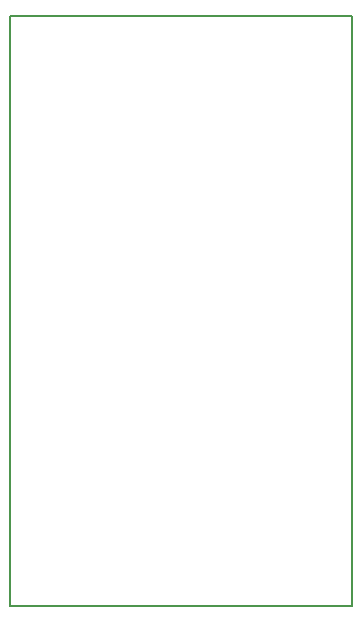
<source format=gbr>
%TF.GenerationSoftware,KiCad,Pcbnew,6.0.2+dfsg-1*%
%TF.CreationDate,2023-02-14T20:33:30-03:00*%
%TF.ProjectId,arduStep,61726475-5374-4657-902e-6b696361645f,rev?*%
%TF.SameCoordinates,Original*%
%TF.FileFunction,Profile,NP*%
%FSLAX46Y46*%
G04 Gerber Fmt 4.6, Leading zero omitted, Abs format (unit mm)*
G04 Created by KiCad (PCBNEW 6.0.2+dfsg-1) date 2023-02-14 20:33:30*
%MOMM*%
%LPD*%
G01*
G04 APERTURE LIST*
%TA.AperFunction,Profile*%
%ADD10C,0.150000*%
%TD*%
G04 APERTURE END LIST*
D10*
X141750000Y-57000000D02*
X170750000Y-57000000D01*
X170750000Y-57000000D02*
X170750000Y-107000000D01*
X170750000Y-107000000D02*
X141750000Y-107000000D01*
X141750000Y-107000000D02*
X141750000Y-57000000D01*
M02*

</source>
